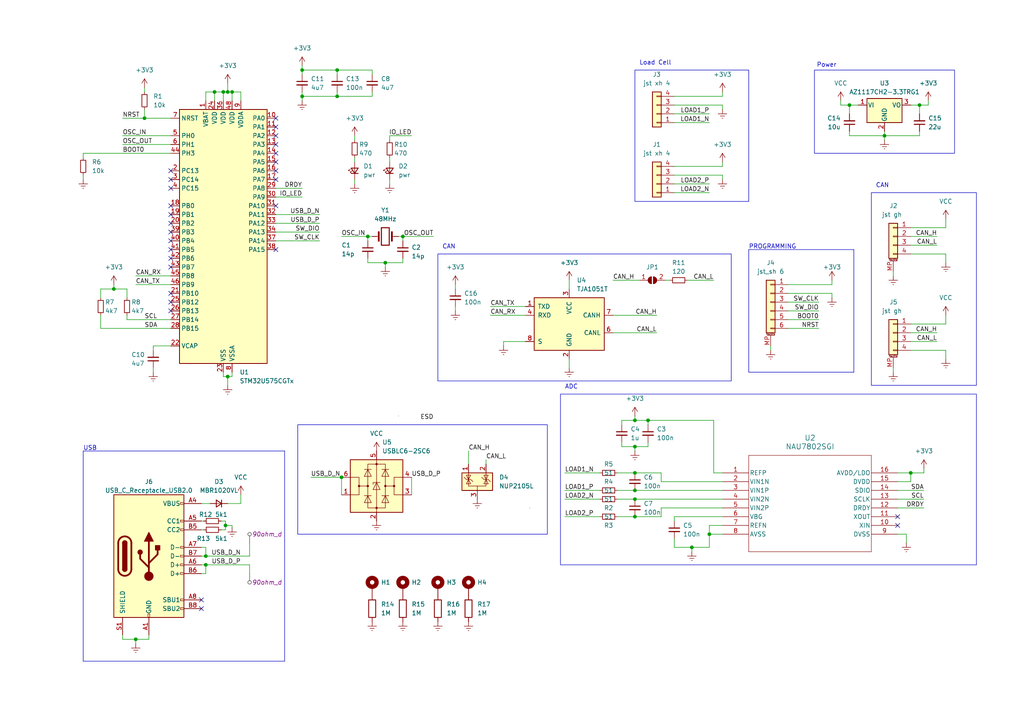
<source format=kicad_sch>
(kicad_sch (version 20230121) (generator eeschema)
  (paper "A4")
  (junction (at 200.66 158.75))
  (junction (at 39.37 185.42))
  (junction (at 87.63 20.32))
  (junction (at 205.74 154.94))
  (junction (at 66.04 109.22))
  (junction (at 184.15 129.54))
  (junction (at 66.04 26.67))
  (junction (at 67.31 26.67))
  (junction (at 62.23 26.67))
  (junction (at 187.96 121.92))
  (junction (at 87.63 27.94))
  (junction (at 59.69 163.83))
  (junction (at 116.84 68.58))
  (junction (at 64.77 26.67))
  (junction (at 184.15 142.24))
  (junction (at 184.15 144.78))
  (junction (at 256.54 39.37))
  (junction (at 266.7 30.48))
  (junction (at 59.69 161.29))
  (junction (at 99.06 138.43))
  (junction (at 264.16 137.16))
  (junction (at 246.38 30.48))
  (junction (at 106.68 68.58))
  (junction (at 111.76 76.2))
  (junction (at 97.79 20.32))
  (junction (at 184.15 149.86))
  (junction (at 184.15 137.16))
  (junction (at 33.02 83.82))
  (junction (at 184.15 121.92))
  (junction (at 97.79 27.94))
  (junction (at 65.405 152.4))
  (junction (at 41.91 34.29))
  (no_connect (at 58.42 176.53))
  (no_connect (at 80.01 72.39))
  (no_connect (at 260.35 149.86))
  (no_connect (at 49.53 54.61))
  (no_connect (at 49.53 59.69))
  (no_connect (at 49.53 74.93))
  (no_connect (at 49.53 64.77))
  (no_connect (at 80.01 34.29))
  (no_connect (at 49.53 90.17))
  (no_connect (at 49.53 77.47))
  (no_connect (at 49.53 67.31))
  (no_connect (at 80.01 59.69))
  (no_connect (at 260.35 152.4))
  (no_connect (at 49.53 87.63))
  (no_connect (at 80.01 36.83))
  (no_connect (at 49.53 69.85))
  (no_connect (at 80.01 52.07))
  (no_connect (at 80.01 41.91))
  (no_connect (at 58.42 173.99))
  (no_connect (at 80.01 46.99))
  (no_connect (at 49.53 72.39))
  (no_connect (at 80.01 39.37))
  (no_connect (at 80.01 49.53))
  (no_connect (at 49.53 62.23))
  (no_connect (at 49.53 85.09))
  (no_connect (at 49.53 49.53))
  (no_connect (at 49.53 52.07))
  (no_connect (at 80.01 44.45))
  (wire (pts (xy 41.91 25.4) (xy 41.91 26.67)))
  (wire (pts (xy 87.63 19.05) (xy 87.63 20.32)))
  (wire (pts (xy 195.58 35.56) (xy 205.74 35.56)))
  (wire (pts (xy 58.42 163.83) (xy 59.69 163.83)))
  (wire (pts (xy 165.1 81.28) (xy 165.1 83.82)))
  (wire (pts (xy 163.83 137.16) (xy 173.99 137.16)))
  (wire (pts (xy 64.77 26.67) (xy 62.23 26.67)))
  (wire (pts (xy 66.04 109.22) (xy 67.31 109.22)))
  (wire (pts (xy 267.97 137.16) (xy 264.16 137.16)))
  (wire (pts (xy 165.1 104.14) (xy 165.1 106.68)))
  (wire (pts (xy 193.04 81.28) (xy 194.31 81.28)))
  (wire (pts (xy 66.04 109.22) (xy 66.04 111.76)))
  (wire (pts (xy 264.16 73.66) (xy 274.32 73.66)))
  (wire (pts (xy 177.8 81.28) (xy 185.42 81.28)))
  (wire (pts (xy 177.8 96.52) (xy 190.5 96.52)))
  (wire (pts (xy 39.37 80.01) (xy 49.53 80.01)))
  (wire (pts (xy 142.24 88.9) (xy 152.4 88.9)))
  (wire (pts (xy 209.55 137.16) (xy 207.01 137.16)))
  (wire (pts (xy 163.83 149.86) (xy 173.99 149.86)))
  (wire (pts (xy 256.54 39.37) (xy 266.7 39.37)))
  (wire (pts (xy 266.7 39.37) (xy 266.7 38.1)))
  (wire (pts (xy 246.38 30.48) (xy 243.84 30.48)))
  (wire (pts (xy 113.03 39.37) (xy 113.03 40.64)))
  (wire (pts (xy 39.37 82.55) (xy 49.53 82.55)))
  (wire (pts (xy 209.55 50.8) (xy 209.55 52.07)))
  (wire (pts (xy 80.01 64.77) (xy 92.71 64.77)))
  (wire (pts (xy 58.42 166.37) (xy 59.69 166.37)))
  (wire (pts (xy 256.54 39.37) (xy 256.54 40.64)))
  (wire (pts (xy 65.405 152.4) (xy 67.31 152.4)))
  (wire (pts (xy 184.15 120.65) (xy 184.15 121.92)))
  (wire (pts (xy 24.13 44.45) (xy 24.13 45.72)))
  (wire (pts (xy 260.35 139.7) (xy 264.16 139.7)))
  (wire (pts (xy 195.58 156.21) (xy 195.58 158.75)))
  (wire (pts (xy 64.135 153.67) (xy 65.405 153.67)))
  (wire (pts (xy 191.77 139.7) (xy 191.77 137.16)))
  (wire (pts (xy 132.08 82.55) (xy 132.08 83.82)))
  (wire (pts (xy 87.63 54.61) (xy 80.01 54.61)))
  (wire (pts (xy 116.84 68.58) (xy 125.73 68.58)))
  (wire (pts (xy 142.24 91.44) (xy 152.4 91.44)))
  (wire (pts (xy 195.58 55.88) (xy 205.74 55.88)))
  (wire (pts (xy 241.3 81.28) (xy 241.3 82.55)))
  (wire (pts (xy 39.37 185.42) (xy 39.37 186.69)))
  (wire (pts (xy 59.69 29.21) (xy 59.69 26.67)))
  (wire (pts (xy 135.89 130.81) (xy 135.89 134.62)))
  (wire (pts (xy 69.85 146.05) (xy 69.85 143.51)))
  (wire (pts (xy 152.4 99.06) (xy 146.05 99.06)))
  (wire (pts (xy 102.87 39.37) (xy 102.87 40.64)))
  (wire (pts (xy 228.6 82.55) (xy 241.3 82.55)))
  (wire (pts (xy 163.83 142.24) (xy 173.99 142.24)))
  (wire (pts (xy 80.01 57.15) (xy 87.63 57.15)))
  (wire (pts (xy 260.35 154.94) (xy 262.89 154.94)))
  (wire (pts (xy 180.34 129.54) (xy 184.15 129.54)))
  (wire (pts (xy 248.92 30.48) (xy 246.38 30.48)))
  (wire (pts (xy 116.84 76.2) (xy 116.84 74.93)))
  (wire (pts (xy 195.58 48.26) (xy 209.55 48.26)))
  (wire (pts (xy 72.39 157.48) (xy 72.39 161.29)))
  (wire (pts (xy 228.6 90.17) (xy 237.49 90.17)))
  (wire (pts (xy 59.69 166.37) (xy 59.69 163.83)))
  (wire (pts (xy 184.15 144.78) (xy 209.55 144.78)))
  (wire (pts (xy 179.07 142.24) (xy 184.15 142.24)))
  (polyline (pts (xy 217.17 72.39) (xy 247.65 72.39)))
  (wire (pts (xy 199.39 81.28) (xy 207.01 81.28)))
  (wire (pts (xy 59.69 161.29) (xy 72.39 161.29)))
  (wire (pts (xy 264.16 71.12) (xy 271.78 71.12)))
  (polyline (pts (xy 247.65 107.95) (xy 217.17 107.95)))
  (wire (pts (xy 35.56 184.15) (xy 35.56 185.42)))
  (wire (pts (xy 187.96 129.54) (xy 187.96 128.27)))
  (wire (pts (xy 107.95 27.94) (xy 107.95 26.67)))
  (wire (pts (xy 66.04 26.67) (xy 64.77 26.67)))
  (wire (pts (xy 264.16 30.48) (xy 266.7 30.48)))
  (wire (pts (xy 195.58 33.02) (xy 205.74 33.02)))
  (wire (pts (xy 69.85 29.21) (xy 69.85 26.67)))
  (wire (pts (xy 87.63 20.32) (xy 87.63 21.59)))
  (wire (pts (xy 184.15 149.86) (xy 191.77 149.86)))
  (wire (pts (xy 41.91 34.29) (xy 49.53 34.29)))
  (wire (pts (xy 195.58 53.34) (xy 205.74 53.34)))
  (wire (pts (xy 113.03 45.72) (xy 113.03 46.99)))
  (wire (pts (xy 99.06 138.43) (xy 99.06 143.51)))
  (wire (pts (xy 228.6 85.09) (xy 241.3 85.09)))
  (wire (pts (xy 177.8 91.44) (xy 190.5 91.44)))
  (wire (pts (xy 62.23 26.67) (xy 62.23 29.21)))
  (wire (pts (xy 260.35 144.78) (xy 267.97 144.78)))
  (wire (pts (xy 228.6 92.71) (xy 237.49 92.71)))
  (wire (pts (xy 191.77 149.86) (xy 191.77 147.32)))
  (wire (pts (xy 29.21 83.82) (xy 33.02 83.82)))
  (wire (pts (xy 87.63 27.94) (xy 87.63 29.21)))
  (wire (pts (xy 58.42 146.05) (xy 60.96 146.05)))
  (wire (pts (xy 115.57 68.58) (xy 116.84 68.58)))
  (wire (pts (xy 41.91 31.75) (xy 41.91 34.29)))
  (wire (pts (xy 59.69 26.67) (xy 62.23 26.67)))
  (wire (pts (xy 179.07 149.86) (xy 184.15 149.86)))
  (polyline (pts (xy 247.65 72.39) (xy 247.65 107.95)))
  (wire (pts (xy 69.85 26.67) (xy 67.31 26.67)))
  (wire (pts (xy 184.15 129.54) (xy 187.96 129.54)))
  (wire (pts (xy 35.56 39.37) (xy 49.53 39.37)))
  (wire (pts (xy 67.31 26.67) (xy 67.31 29.21)))
  (wire (pts (xy 59.69 161.29) (xy 59.69 158.75)))
  (wire (pts (xy 163.83 144.78) (xy 173.99 144.78)))
  (wire (pts (xy 180.34 121.92) (xy 184.15 121.92)))
  (wire (pts (xy 184.15 142.24) (xy 209.55 142.24)))
  (wire (pts (xy 256.54 38.1) (xy 256.54 39.37)))
  (wire (pts (xy 132.08 90.17) (xy 132.08 88.9)))
  (wire (pts (xy 267.97 135.89) (xy 267.97 137.16)))
  (wire (pts (xy 66.04 146.05) (xy 69.85 146.05)))
  (wire (pts (xy 64.77 107.95) (xy 64.77 109.22)))
  (wire (pts (xy 80.01 62.23) (xy 92.71 62.23)))
  (wire (pts (xy 205.74 154.94) (xy 209.55 154.94)))
  (wire (pts (xy 264.16 96.52) (xy 271.78 96.52)))
  (wire (pts (xy 195.58 30.48) (xy 209.55 30.48)))
  (wire (pts (xy 35.56 41.91) (xy 49.53 41.91)))
  (wire (pts (xy 113.03 52.07) (xy 113.03 53.34)))
  (wire (pts (xy 107.95 21.59) (xy 107.95 20.32)))
  (wire (pts (xy 259.08 106.68) (xy 259.08 107.95)))
  (wire (pts (xy 97.79 20.32) (xy 87.63 20.32)))
  (wire (pts (xy 195.58 149.86) (xy 209.55 149.86)))
  (wire (pts (xy 191.77 147.32) (xy 209.55 147.32)))
  (wire (pts (xy 119.38 138.43) (xy 119.38 143.51)))
  (wire (pts (xy 113.03 39.37) (xy 119.38 39.37)))
  (wire (pts (xy 223.52 100.33) (xy 223.52 101.6)))
  (wire (pts (xy 260.35 137.16) (xy 264.16 137.16)))
  (wire (pts (xy 116.84 69.85) (xy 116.84 68.58)))
  (wire (pts (xy 35.56 34.29) (xy 41.91 34.29)))
  (wire (pts (xy 33.02 83.82) (xy 33.02 82.55)))
  (wire (pts (xy 264.16 68.58) (xy 271.78 68.58)))
  (wire (pts (xy 180.34 128.27) (xy 180.34 129.54)))
  (wire (pts (xy 184.15 121.92) (xy 187.96 121.92)))
  (wire (pts (xy 87.63 27.94) (xy 97.79 27.94)))
  (wire (pts (xy 209.55 152.4) (xy 205.74 152.4)))
  (wire (pts (xy 65.405 153.67) (xy 65.405 152.4)))
  (wire (pts (xy 24.13 50.8) (xy 24.13 52.07)))
  (wire (pts (xy 106.68 69.85) (xy 106.68 68.58)))
  (wire (pts (xy 67.31 107.95) (xy 67.31 109.22)))
  (wire (pts (xy 191.77 137.16) (xy 184.15 137.16)))
  (wire (pts (xy 29.21 83.82) (xy 29.21 86.36)))
  (wire (pts (xy 200.66 158.75) (xy 205.74 158.75)))
  (wire (pts (xy 87.63 26.67) (xy 87.63 27.94)))
  (wire (pts (xy 246.38 30.48) (xy 246.38 33.02)))
  (wire (pts (xy 59.69 163.83) (xy 72.39 163.83)))
  (polyline (pts (xy 217.17 72.39) (xy 217.17 107.95)))
  (wire (pts (xy 180.34 123.19) (xy 180.34 121.92)))
  (wire (pts (xy 243.84 30.48) (xy 243.84 29.21)))
  (wire (pts (xy 259.08 78.74) (xy 259.08 80.01)))
  (wire (pts (xy 187.96 121.92) (xy 187.96 123.19)))
  (wire (pts (xy 274.32 66.04) (xy 274.32 63.5)))
  (polyline (pts (xy 24.13 130.81) (xy 24.13 191.77)))
  (wire (pts (xy 260.35 147.32) (xy 267.97 147.32)))
  (wire (pts (xy 64.77 109.22) (xy 66.04 109.22)))
  (wire (pts (xy 102.87 52.07) (xy 102.87 53.34)))
  (wire (pts (xy 179.07 137.16) (xy 184.15 137.16)))
  (wire (pts (xy 195.58 158.75) (xy 200.66 158.75)))
  (wire (pts (xy 59.69 158.75) (xy 58.42 158.75)))
  (wire (pts (xy 264.16 101.6) (xy 274.32 101.6)))
  (wire (pts (xy 44.45 106.68) (xy 44.45 107.95)))
  (wire (pts (xy 65.405 152.4) (xy 65.405 151.13)))
  (wire (pts (xy 67.31 153.035) (xy 67.31 152.4)))
  (wire (pts (xy 191.77 139.7) (xy 209.55 139.7)))
  (wire (pts (xy 264.16 66.04) (xy 274.32 66.04)))
  (wire (pts (xy 274.32 73.66) (xy 274.32 76.2)))
  (wire (pts (xy 72.39 166.37) (xy 72.39 163.83)))
  (wire (pts (xy 106.68 68.58) (xy 107.95 68.58)))
  (wire (pts (xy 184.15 129.54) (xy 184.15 130.81)))
  (wire (pts (xy 264.16 93.98) (xy 274.32 93.98)))
  (wire (pts (xy 67.31 26.67) (xy 66.04 26.67)))
  (wire (pts (xy 264.16 137.16) (xy 264.16 139.7)))
  (wire (pts (xy 209.55 30.48) (xy 209.55 31.75)))
  (wire (pts (xy 266.7 30.48) (xy 266.7 33.02)))
  (wire (pts (xy 246.38 39.37) (xy 256.54 39.37)))
  (polyline (pts (xy 82.55 191.77) (xy 82.55 130.81)))
  (wire (pts (xy 66.04 24.13) (xy 66.04 26.67)))
  (wire (pts (xy 269.24 30.48) (xy 269.24 29.21)))
  (wire (pts (xy 228.6 95.25) (xy 237.49 95.25)))
  (wire (pts (xy 39.37 185.42) (xy 43.18 185.42)))
  (wire (pts (xy 187.96 121.92) (xy 207.01 121.92)))
  (wire (pts (xy 58.42 153.67) (xy 59.055 153.67)))
  (wire (pts (xy 241.3 85.09) (xy 241.3 86.36)))
  (wire (pts (xy 195.58 151.13) (xy 195.58 149.86)))
  (wire (pts (xy 140.97 133.35) (xy 140.97 134.62)))
  (wire (pts (xy 262.89 154.94) (xy 262.89 157.48)))
  (wire (pts (xy 111.76 76.2) (xy 116.84 76.2)))
  (wire (pts (xy 97.79 27.94) (xy 107.95 27.94)))
  (wire (pts (xy 35.56 185.42) (xy 39.37 185.42)))
  (wire (pts (xy 64.77 26.67) (xy 64.77 29.21)))
  (wire (pts (xy 209.55 46.99) (xy 209.55 48.26)))
  (wire (pts (xy 266.7 30.48) (xy 269.24 30.48)))
  (wire (pts (xy 80.01 69.85) (xy 92.71 69.85)))
  (wire (pts (xy 97.79 20.32) (xy 107.95 20.32)))
  (wire (pts (xy 106.68 76.2) (xy 111.76 76.2)))
  (wire (pts (xy 43.18 184.15) (xy 43.18 185.42)))
  (polyline (pts (xy 24.13 191.77) (xy 82.55 191.77)))
  (wire (pts (xy 111.76 76.2) (xy 111.76 77.47)))
  (wire (pts (xy 44.45 100.33) (xy 44.45 101.6)))
  (wire (pts (xy 58.42 151.13) (xy 59.055 151.13)))
  (wire (pts (xy 36.83 91.44) (xy 36.83 92.71)))
  (wire (pts (xy 207.01 137.16) (xy 207.01 121.92)))
  (wire (pts (xy 36.83 83.82) (xy 36.83 86.36)))
  (polyline (pts (xy 24.13 130.81) (xy 82.55 130.81)))
  (wire (pts (xy 97.79 20.32) (xy 97.79 21.59)))
  (wire (pts (xy 29.21 91.44) (xy 29.21 95.25)))
  (wire (pts (xy 195.58 27.94) (xy 209.55 27.94)))
  (wire (pts (xy 58.42 161.29) (xy 59.69 161.29)))
  (wire (pts (xy 274.32 101.6) (xy 274.32 104.14)))
  (wire (pts (xy 90.17 138.43) (xy 99.06 138.43)))
  (wire (pts (xy 80.01 67.31) (xy 92.71 67.31)))
  (wire (pts (xy 274.32 93.98) (xy 274.32 91.44)))
  (wire (pts (xy 228.6 87.63) (xy 237.49 87.63)))
  (wire (pts (xy 49.53 100.33) (xy 44.45 100.33)))
  (wire (pts (xy 205.74 152.4) (xy 205.74 154.94)))
  (wire (pts (xy 102.87 45.72) (xy 102.87 46.99)))
  (wire (pts (xy 97.79 26.67) (xy 97.79 27.94)))
  (wire (pts (xy 260.35 142.24) (xy 267.97 142.24)))
  (wire (pts (xy 264.16 99.06) (xy 271.78 99.06)))
  (wire (pts (xy 36.83 92.71) (xy 49.53 92.71)))
  (wire (pts (xy 64.135 151.13) (xy 65.405 151.13)))
  (wire (pts (xy 195.58 50.8) (xy 209.55 50.8)))
  (wire (pts (xy 209.55 26.67) (xy 209.55 27.94)))
  (wire (pts (xy 99.06 68.58) (xy 106.68 68.58)))
  (wire (pts (xy 179.07 144.78) (xy 184.15 144.78)))
  (wire (pts (xy 24.13 44.45) (xy 49.53 44.45)))
  (wire (pts (xy 246.38 38.1) (xy 246.38 39.37)))
  (wire (pts (xy 33.02 83.82) (xy 36.83 83.82)))
  (wire (pts (xy 205.74 154.94) (xy 205.74 158.75)))
  (wire (pts (xy 29.21 95.25) (xy 49.53 95.25)))
  (wire (pts (xy 106.68 74.93) (xy 106.68 76.2)))
  (wire (pts (xy 200.66 158.75) (xy 200.66 160.02)))
  (wire (pts (xy 146.05 99.06) (xy 146.05 100.33)))
  (rectangle (start 162.56 114.3) (end 283.21 163.83))
  (rectangle (start 236.22 20.32) (end 276.86 44.45))
  (rectangle (start 252.73 55.88) (end 283.21 111.76))
  (rectangle (start 115.57 120.65) (end 115.57 120.65))
  (rectangle (start 127 73.66) (end 212.09 110.49))
  (rectangle (start 184.15 20.32) (end 217.17 58.42))
  (rectangle (start 86.36 123.19) (end 158.75 154.94))
  (rectangle (start 153.67 147.32) (end 153.67 147.32))
  (text "Power" (at 236.855 19.685 0) (effects (font (size 1.27 1.27)) (justify left bottom)))
  (text "CAN" (at 254 54.61 0) (effects (font (size 1.27 1.27)) (justify left bottom)))
  (text "USB" (at 24.13 130.81 0) (effects (font (size 1.27 1.27)) (justify left bottom)))
  (text "PROGRAMMING" (at 217.17 72.39 0) (effects (font (size 1.27 1.27)) (justify left bottom)))
  (text "ADC" (at 163.83 113.03 0) (effects (font (size 1.27 1.27)) (justify left bottom)))
  (text "Load Cell" (at 185.42 19.05 0) (effects (font (size 1.27 1.27)) (justify left bottom)))
  (text "CAN" (at 128.27 72.39 0) (effects (font (size 1.27 1.27)) (justify left bottom)))
  (label "ESD" (at 121.92 121.92 0))
  (label "OSC_IN" (at 35.56 39.37 0))
  (label "CAN_L" (at 271.78 71.12 180))
  (label "IO_LED" (at 119.38 39.37 180))
  (label "LOAD2_P" (at 205.74 53.34 180))
  (label "CAN_H" (at 190.5 91.44 180))
  (label "USB_D_P" (at 69.85 163.83 180))
  (label "CAN_TX" (at 142.24 88.9 0))
  (label "LOAD1_N" (at 205.74 35.56 180))
  (label "LOAD2_N" (at 163.83 144.78 0))
  (label "DRDY" (at 87.63 54.61 180))
  (label "CAN_TX" (at 39.37 82.55 0))
  (label "BOOT0" (at 237.49 92.71 180))
  (label "CAN_L" (at 207.01 81.28 180))
  (label "SDA" (at 41.91 95.25 0))
  (label "CAN_H" (at 271.78 68.58 180))
  (label "DRDY" (at 267.97 147.32 180))
  (label "LOAD1_P" (at 163.83 142.24 0))
  (label "SW_CLK" (at 237.49 87.63 180))
  (label "CAN_H" (at 177.8 81.28 0))
  (label "LOAD1_N" (at 163.83 137.16 0))
  (label "USB_D_P" (at 119.38 138.43 0))
  (label "USB_D_N" (at 69.85 161.29 180))
  (label "CAN_H" (at 135.89 130.81 0))
  (label "OSC_IN" (at 99.06 68.58 0))
  (label "CAN_RX" (at 142.24 91.44 0))
  (label "LOAD2_N" (at 205.74 55.88 180))
  (label "SDA" (at 267.97 142.24 180))
  (label "OSC_OUT" (at 35.56 41.91 0))
  (label "SW_CLK" (at 92.71 69.85 180))
  (label "IO_LED" (at 87.63 57.15 180))
  (label "SCL" (at 41.91 92.71 0))
  (label "CAN_L" (at 190.5 96.52 180))
  (label "NRST" (at 237.49 95.25 180))
  (label "SCL" (at 267.97 144.78 180))
  (label "BOOT0" (at 35.56 44.45 0))
  (label "LOAD2_P" (at 163.83 149.86 0))
  (label "CAN_L" (at 140.97 133.35 0))
  (label "USB_D_N" (at 92.71 62.23 180))
  (label "USB_D_P" (at 92.71 64.77 180))
  (label "CAN_L" (at 271.78 99.06 180))
  (label "SW_DIO" (at 92.71 67.31 180))
  (label "OSC_OUT" (at 125.73 68.58 180))
  (label "CAN_RX" (at 39.37 80.01 0))
  (label "USB_D_N" (at 90.17 138.43 0))
  (label "LOAD1_P" (at 205.74 33.02 180))
  (label "NRST" (at 35.56 34.29 0))
  (label "CAN_H" (at 271.78 96.52 180))
  (label "SW_DIO" (at 237.49 90.17 180))
  (netclass_flag "" (length 2.54) (shape round) (at 72.39 157.48 0) (property "Netclass" "90ohm_d" (at 73.0885 154.94 0) (effects (font italic) (justify left))))
  (netclass_flag "" (length 2.54) (shape round) (at 72.39 166.37 180) (property "Netclass" "90ohm_d" (at 73.0885 168.91 0) (effects (font italic) (justify left))))
  (symbol (lib_id "Device:R") (at 107.95 176.53 0) (unit 1)
    (property "Reference" "R14" (at 110.49 175.26 0) (effects (justify left)))
    (property "Value" "1M" (at 110.49 177.8 0) (effects (justify left)))
    (property "Footprint" "Resistor_SMD:R_0603_1608Metric_Pad0.98x0.95mm_HandSolder" (effects hide))
  )
  (symbol (lib_id "Device:C_Small") (at 44.45 104.14 180) (unit 1)
    (property "Reference" "C10" (at 38.1 102.87 0) (effects (justify right)))
    (property "Value" "4u7" (at 38.1 105.41 0) (effects (justify right)))
    (property "Footprint" "Capacitor_SMD:C_0603_1608Metric_Pad1.08x0.95mm_HandSolder" (effects hide))
  )
  (symbol (lib_id "Regulator_Linear:LM2936-3.3") (at 256.54 30.48 0) (unit 1)
    (property "Reference" "U3" (at 256.54 24.13 0))
    (property "Value" "AZ1117CH2-3.3TRG1" (at 256.54 26.67 0))
    (property "Footprint" "Package_TO_SOT_SMD:SOT-223-3_TabPin2" (effects hide))
    (property "Datasheet" "http://www.ti.com/lit/ds/symlink/lm2936.pdf" (effects hide))
  )
  (symbol (lib_id "Device:C_Small") (at 106.68 72.39 0) (unit 1)
    (property "Reference" "C1" (at 99.06 71.12 0) (effects (justify left)))
    (property "Value" "14p" (at 99.06 73.66 0) (effects (justify left)))
    (property "Footprint" "Capacitor_SMD:C_0603_1608Metric_Pad1.08x0.95mm_HandSolder" (effects hide))
  )
  (symbol (lib_name "Earth_11") (lib_id "power:Earth") (at 39.37 186.69 0) (unit 1)
    (property "Reference" "#PWR022" (effects hide))
    (property "Value" "Earth" (effects hide))
  )
  (symbol (lib_id "power:VCC") (at 243.84 29.21 0) (unit 1)
    (property "Reference" "#PWR032" (effects hide))
    (property "Value" "VCC" (at 243.84 24.13 0))
  )
  (symbol (lib_id "Device:R_Small") (at 61.595 151.13 90) (unit 1)
    (property "Reference" "R12" (at 61.595 149.225 90) (effects (justify left)))
    (property "Value" "5k1" (at 66.04 149.225 90) (effects (justify left)))
    (property "Footprint" "Resistor_SMD:R_0603_1608Metric" (effects hide))
  )
  (symbol (lib_id "power:Earth") (at 102.87 53.34 0) (unit 1)
    (property "Reference" "#PWR025" (effects hide))
    (property "Value" "Earth" (effects hide))
  )
  (symbol (lib_id "NAU7802SGI:NAU7802SGI") (at 209.55 137.16 0) (unit 1)
    (property "Reference" "U2" (at 234.95 127 0) (effects (font (size 1.524 1.524))))
    (property "Value" "NAU7802SGI" (at 234.95 129.54 0) (effects (font (size 1.524 1.524))))
    (property "Footprint" "NAU7802SGI:SOI16_NAU7802SGI_NUV" (effects hide))
    (property "Datasheet" "NAU7802SGI" (effects hide))
  )
  (symbol (lib_name "Earth_18") (lib_id "power:Earth") (at 116.84 180.34 0) (unit 1)
    (property "Reference" "#PWR048" (effects hide))
    (property "Value" "Earth" (effects hide))
  )
  (symbol (lib_id "Device:R_Small") (at 61.595 153.67 90) (mirror x) (unit 1)
    (property "Reference" "R13" (at 60.96 156.21 90) (effects (justify left)))
    (property "Value" "5k1" (at 66.04 156.21 90) (effects (justify left)))
    (property "Footprint" "Resistor_SMD:R_0603_1608Metric" (effects hide))
  )
  (symbol (lib_id "Mechanical:MountingHole_Pad") (at 127 170.18 0) (unit 1)
    (property "Reference" "H3" (at 129.54 168.91 0) (effects (justify left)))
    (property "Value" "MountingHole" (effects hide))
    (property "Footprint" "MountingHole:MountingHole_3.2mm_M3_ISO7380_Pad" (effects hide))
  )
  (symbol (lib_id "power:+3V3") (at 41.91 25.4 0) (unit 1)
    (property "Reference" "#PWR015" (effects hide))
    (property "Value" "+3V3" (at 41.91 20.32 0))
  )
  (symbol (lib_id "power:+3V3") (at 209.55 26.67 0) (unit 1)
    (property "Reference" "#PWR05" (effects hide))
    (property "Value" "+3V3" (at 209.55 21.59 0))
  )
  (symbol (lib_id "Connector_Generic:Conn_01x04") (at 190.5 53.34 180) (unit 1)
    (property "Reference" "J1" (at 190.5 41.91 0))
    (property "Value" "jst xh 4" (at 190.5 44.45 0))
    (property "Footprint" "Connector_JST:JST_XH_B4B-XH-A_1x04_P2.50mm_Vertical" (effects hide))
  )
  (symbol (lib_id "Jumper:SolderJumper_2_Open") (at 189.23 81.28 0) (unit 1)
    (property "Reference" "JP1" (at 189.23 77.47 0))
    (property "Value" "SolderJumper_2_Open" (effects hide))
    (property "Footprint" "Jumper:SolderJumper-2_P1.3mm_Open_TrianglePad1.0x1.5mm" (effects hide))
  )
  (symbol (lib_id "power:Earth") (at 200.66 160.02 0) (unit 1)
    (property "Reference" "#PWR018" (effects hide))
    (property "Value" "Earth" (effects hide))
  )
  (symbol (lib_id "Device:C_Small") (at 246.38 35.56 0) (mirror x) (unit 1)
    (property "Reference" "C14" (at 243.84 34.2836 0) (effects (justify right)))
    (property "Value" "10u" (at 243.84 36.8236 0) (effects (justify right)))
    (property "Footprint" "Capacitor_SMD:C_0603_1608Metric_Pad1.08x0.95mm_HandSolder" (effects hide))
  )
  (symbol (lib_id "Device:LED_Small") (at 102.87 49.53 90) (unit 1)
    (property "Reference" "D1" (at 105.41 48.1965 90) (effects (justify right)))
    (property "Value" "pwr" (at 105.41 50.7365 90) (effects (justify right)))
    (property "Footprint" "LED_SMD:LED_0805_2012Metric_Pad1.15x1.40mm_HandSolder" (effects hide))
  )
  (symbol (lib_id "power:Earth") (at 146.05 100.33 0) (unit 1)
    (property "Reference" "#PWR037" (effects hide))
    (property "Value" "Earth" (effects hide))
  )
  (symbol (lib_id "Device:D_Small") (at 63.5 146.05 180) (unit 1)
    (property "Reference" "D3" (at 63.5 139.7 0))
    (property "Value" "MBR1020VL" (at 63.5 142.24 0))
    (property "Footprint" "Diode_SMD:D_SOD-323_HandSoldering" (effects hide))
    (property "Sim.Device" "D" (effects hide))
    (property "Sim.Pins" "1=K 2=A" (effects hide))
  )
  (symbol (lib_name "Earth_18") (lib_id "power:Earth") (at 135.89 180.34 0) (unit 1)
    (property "Reference" "#PWR046" (effects hide))
    (property "Value" "Earth" (effects hide))
  )
  (symbol (lib_id "Device:R") (at 127 176.53 0) (unit 1)
    (property "Reference" "R16" (at 129.54 175.26 0) (effects (justify left)))
    (property "Value" "1M" (at 129.54 177.8 0) (effects (justify left)))
    (property "Footprint" "Resistor_SMD:R_0603_1608Metric_Pad0.98x0.95mm_HandSolder" (effects hide))
  )
  (symbol (lib_name "Earth_18") (lib_id "power:Earth") (at 107.95 180.34 0) (unit 1)
    (property "Reference" "#PWR047" (effects hide))
    (property "Value" "Earth" (effects hide))
  )
  (symbol (lib_id "Device:R_Small") (at 196.85 81.28 90) (unit 1)
    (property "Reference" "R11" (at 196.85 76.2 90))
    (property "Value" "120" (at 196.85 78.74 90))
    (property "Footprint" "Resistor_SMD:R_0603_1608Metric_Pad0.98x0.95mm_HandSolder" (effects hide))
  )
  (symbol (lib_id "Device:C_Small") (at 266.7 35.56 180) (unit 1)
    (property "Reference" "C15" (at 269.24 34.2836 0) (effects (justify right)))
    (property "Value" "22u" (at 269.24 36.8236 0) (effects (justify right)))
    (property "Footprint" "Capacitor_SMD:C_0603_1608Metric_Pad1.08x0.95mm_HandSolder" (effects hide))
  )
  (symbol (lib_id "power:+3V3") (at 66.04 24.13 0) (unit 1)
    (property "Reference" "#PWR01" (effects hide))
    (property "Value" "+3V3" (at 66.04 19.05 0))
  )
  (symbol (lib_id "power:+3V3") (at 269.24 29.21 0) (unit 1)
    (property "Reference" "#PWR033" (effects hide))
    (property "Value" "+3V3" (at 269.24 24.13 0))
  )
  (symbol (lib_id "Device:C_Small") (at 184.15 147.32 0) (unit 1)
    (property "Reference" "C7" (at 186.69 146.0563 0) (effects (justify left)))
    (property "Value" "100n" (at 186.69 148.5963 0) (effects (justify left)))
    (property "Footprint" "Capacitor_SMD:C_0603_1608Metric_Pad1.08x0.95mm_HandSolder" (effects hide))
  )
  (symbol (lib_name "Earth_14") (lib_id "power:Earth") (at 241.3 86.36 0) (unit 1)
    (property "Reference" "#PWR013" (effects hide))
    (property "Value" "Earth" (effects hide))
  )
  (symbol (lib_id "power:Earth") (at 113.03 53.34 0) (unit 1)
    (property "Reference" "#PWR027" (effects hide))
    (property "Value" "Earth" (effects hide))
  )
  (symbol (lib_id "power:Earth") (at 274.32 104.14 0) (unit 1)
    (property "Reference" "#PWR031" (effects hide))
    (property "Value" "Earth" (effects hide))
  )
  (symbol (lib_id "Device:C_Small") (at 184.15 139.7 0) (unit 1)
    (property "Reference" "C6" (at 186.69 138.4363 0) (effects (justify left)))
    (property "Value" "100n" (at 186.69 140.9763 0) (effects (justify left)))
    (property "Footprint" "Capacitor_SMD:C_0603_1608Metric_Pad1.08x0.95mm_HandSolder" (effects hide))
  )
  (symbol (lib_id "Device:R_Small") (at 176.53 144.78 270) (unit 1)
    (property "Reference" "R2" (at 176.53 147.32 90))
    (property "Value" "51" (at 176.53 144.78 90))
    (property "Footprint" "Resistor_SMD:R_0603_1608Metric_Pad0.98x0.95mm_HandSolder" (effects hide))
  )
  (symbol (lib_id "power:+3V3") (at 33.02 82.55 0) (unit 1)
    (property "Reference" "#PWR04" (effects hide))
    (property "Value" "+3V3" (at 33.02 77.47 0))
  )
  (symbol (lib_id "power:+3V3") (at 132.08 82.55 0) (unit 1)
    (property "Reference" "#PWR038" (effects hide))
    (property "Value" "+3V3" (at 132.08 77.47 0))
  )
  (symbol (lib_id "power:Earth") (at 24.13 52.07 0) (unit 1)
    (property "Reference" "#PWR023" (effects hide))
    (property "Value" "Earth" (effects hide))
  )
  (symbol (lib_id "Device:R_Small") (at 113.03 43.18 0) (unit 1)
    (property "Reference" "R10" (at 114.3 41.91 0) (effects (justify left)))
    (property "Value" "470" (at 114.3 44.45 0) (effects (justify left)))
    (property "Footprint" "Resistor_SMD:R_0603_1608Metric_Pad0.98x0.95mm_HandSolder" (effects hide))
  )
  (symbol (lib_id "Mechanical:MountingHole_Pad") (at 135.89 170.18 0) (unit 1)
    (property "Reference" "H4" (at 138.43 168.91 0) (effects (justify left)))
    (property "Value" "MountingHole" (effects hide))
    (property "Footprint" "MountingHole:MountingHole_3.2mm_M3_ISO7380_Pad" (effects hide))
  )
  (symbol (lib_id "power:Earth") (at 256.54 40.64 0) (unit 1)
    (property "Reference" "#PWR034" (effects hide))
    (property "Value" "Earth" (effects hide))
  )
  (symbol (lib_id "power:Earth") (at 259.08 107.95 0) (unit 1)
    (property "Reference" "#PWR029" (effects hide))
    (property "Value" "Earth" (effects hide))
  )
  (symbol (lib_id "Device:C_Small") (at 116.84 72.39 0) (unit 1)
    (property "Reference" "C2" (at 119.38 71.7613 0) (effects (justify left)))
    (property "Value" "14p" (at 119.38 74.3013 0) (effects (justify left)))
    (property "Footprint" "Capacitor_SMD:C_0603_1608Metric_Pad1.08x0.95mm_HandSolder" (effects hide))
  )
  (symbol (lib_name "Earth_21") (lib_id "power:Earth") (at 223.52 101.6 0) (unit 1)
    (property "Reference" "#PWR011" (effects hide))
    (property "Value" "Earth" (effects hide))
  )
  (symbol (lib_id "Device:C_Small") (at 187.96 125.73 0) (unit 1)
    (property "Reference" "C3" (at 190.5 124.4663 0) (effects (justify left)))
    (property "Value" "100n" (at 190.5 127.0063 0) (effects (justify left)))
    (property "Footprint" "Capacitor_SMD:C_0603_1608Metric_Pad1.08x0.95mm_HandSolder" (effects hide))
  )
  (symbol (lib_id "Mechanical:MountingHole_Pad") (at 107.95 170.18 0) (unit 1)
    (property "Reference" "H1" (at 110.49 168.91 0) (effects (justify left)))
    (property "Value" "MountingHole" (effects hide))
    (property "Footprint" "MountingHole:MountingHole_3.2mm_M3_ISO7380_Pad" (effects hide))
  )
  (symbol (lib_id "Device:R_Small") (at 29.21 88.9 0) (unit 1)
    (property "Reference" "R7" (at 30.48 87.63 0) (effects (justify left)))
    (property "Value" "4k7" (at 30.48 90.17 0) (effects (justify left)))
    (property "Footprint" "Resistor_SMD:R_0603_1608Metric_Pad0.98x0.95mm_HandSolder" (effects hide))
  )
  (symbol (lib_id "MCU_ST_STM32U5:STM32U575CGTx") (at 64.77 69.85 0) (unit 1)
    (property "Reference" "U1" (at 69.5041 107.95 0) (effects (justify left)))
    (property "Value" "STM32U575CGTx" (at 69.5041 110.49 0) (effects (justify left)))
    (property "Footprint" "Package_QFP:LQFP-48_7x7mm_P0.5mm" (effects hide))
    (property "Datasheet" "https://www.st.com/resource/en/datasheet/stm32u575cg.pdf" (effects hide))
  )
  (symbol (lib_id "Connector_Generic:Conn_01x04") (at 190.5 33.02 180) (unit 1)
    (property "Reference" "J3" (at 190.5 21.59 0))
    (property "Value" "jst xh 4" (at 190.5 24.13 0))
    (property "Footprint" "Connector_JST:JST_XH_B4B-XH-A_1x04_P2.50mm_Vertical" (effects hide))
  )
  (symbol (lib_id "power:Earth") (at 87.63 29.21 0) (unit 1)
    (property "Reference" "#PWR026" (effects hide))
    (property "Value" "Earth" (effects hide))
  )
  (symbol (lib_id "power:Earth") (at 259.08 80.01 0) (unit 1)
    (property "Reference" "#PWR07" (effects hide))
    (property "Value" "Earth" (effects hide))
  )
  (symbol (lib_id "power:+3V3") (at 102.87 39.37 0) (unit 1)
    (property "Reference" "#PWR024" (effects hide))
    (property "Value" "+3V3" (at 102.87 34.29 0))
  )
  (symbol (lib_id "power:+3V3") (at 165.1 81.28 0) (unit 1)
    (property "Reference" "#PWR035" (effects hide))
    (property "Value" "+3V3" (at 165.1 76.2 0))
  )
  (symbol (lib_id "Device:C_Small") (at 87.63 24.13 0) (unit 1)
    (property "Reference" "C11" (at 90.17 22.8663 0) (effects (justify left)))
    (property "Value" "4u7" (at 90.17 25.4063 0) (effects (justify left)))
    (property "Footprint" "Capacitor_SMD:C_0603_1608Metric_Pad1.08x0.95mm_HandSolder" (effects hide))
  )
  (symbol (lib_name "Earth_18") (lib_id "power:Earth") (at 111.76 77.47 0) (unit 1)
    (property "Reference" "#PWR03" (effects hide))
    (property "Value" "Earth" (effects hide))
  )
  (symbol (lib_id "power:Earth") (at 184.15 130.81 0) (unit 1)
    (property "Reference" "#PWR017" (effects hide))
    (property "Value" "Earth" (effects hide))
  )
  (symbol (lib_id "Connector_Generic_MountingPin:Conn_01x04_MountingPin") (at 259.08 96.52 0) (mirror y) (unit 1)
    (property "Reference" "J5" (at 260.35 87.63 0) (effects (justify left)))
    (property "Value" "jst gh" (at 261.62 90.17 0) (effects (justify left)))
    (property "Footprint" "Connector_JST:JST_GH_SM04B-GHS-TB_1x04-1MP_P1.25mm_Horizontal" (effects hide))
  )
  (symbol (lib_id "Device:R") (at 116.84 176.53 0) (unit 1)
    (property "Reference" "R15" (at 119.38 175.26 0) (effects (justify left)))
    (property "Value" "1M" (at 119.38 177.8 0) (effects (justify left)))
    (property "Footprint" "Resistor_SMD:R_0603_1608Metric_Pad0.98x0.95mm_HandSolder" (effects hide))
  )
  (symbol (lib_id "Device:R_Small") (at 176.53 149.86 270) (unit 1)
    (property "Reference" "R3" (at 176.53 152.4 90))
    (property "Value" "51" (at 176.53 149.86 90))
    (property "Footprint" "Resistor_SMD:R_0603_1608Metric_Pad0.98x0.95mm_HandSolder" (effects hide))
  )
  (symbol (lib_id "Device:C_Small") (at 132.08 86.36 0) (unit 1)
    (property "Reference" "C16" (at 134.62 85.0963 0) (effects (justify left)))
    (property "Value" "100n" (at 134.62 87.6363 0) (effects (justify left)))
    (property "Footprint" "Capacitor_SMD:C_0603_1608Metric_Pad1.08x0.95mm_HandSolder" (effects hide))
  )
  (symbol (lib_id "power:Earth") (at 165.1 106.68 0) (unit 1)
    (property "Reference" "#PWR036" (effects hide))
    (property "Value" "Earth" (effects hide))
  )
  (symbol (lib_id "Device:R_Small") (at 176.53 142.24 90) (unit 1)
    (property "Reference" "R4" (at 176.53 139.7 90))
    (property "Value" "51" (at 176.53 142.24 90))
    (property "Footprint" "Resistor_SMD:R_0603_1608Metric_Pad0.98x0.95mm_HandSolder" (effects hide))
  )
  (symbol (lib_id "Device:R_Small") (at 176.53 137.16 90) (unit 1)
    (property "Reference" "R5" (at 176.53 134.62 90))
    (property "Value" "51" (at 176.53 137.16 90))
    (property "Footprint" "Resistor_SMD:R_0603_1608Metric_Pad0.98x0.95mm_HandSolder" (effects hide))
  )
  (symbol (lib_name "+3V3_11") (lib_id "power:+3V3") (at 241.3 81.28 0) (unit 1)
    (property "Reference" "#PWR012" (effects hide))
    (property "Value" "+3V3" (at 241.3 77.47 0))
  )
  (symbol (lib_id "power:Earth") (at 209.55 52.07 0) (unit 1)
    (property "Reference" "#PWR014" (effects hide))
    (property "Value" "Earth" (effects hide))
  )
  (symbol (lib_id "Connector_Generic_MountingPin:Conn_01x06_MountingPin") (at 223.52 87.63 0) (mirror y) (unit 1)
    (property "Reference" "J4" (at 223.52 76.2 0))
    (property "Value" "jst_sh 6" (at 223.52 78.74 0))
    (property "Footprint" "Connector_JST:JST_SH_SM06B-SRSS-TB_1x06-1MP_P1.00mm_Horizontal" (effects hide))
  )
  (symbol (lib_id "power:VCC") (at 274.32 63.5 0) (unit 1)
    (property "Reference" "#PWR09" (effects hide))
    (property "Value" "VCC" (at 274.32 58.42 0))
  )
  (symbol (lib_id "power:Earth") (at 132.08 90.17 0) (unit 1)
    (property "Reference" "#PWR039" (effects hide))
    (property "Value" "Earth" (effects hide))
  )
  (symbol (lib_id "Device:LED_Small") (at 113.03 49.53 90) (unit 1)
    (property "Reference" "D2" (at 115.57 48.1965 90) (effects (justify right)))
    (property "Value" "pwr" (at 115.57 50.7365 90) (effects (justify right)))
    (property "Footprint" "LED_SMD:LED_0805_2012Metric_Pad1.15x1.40mm_HandSolder" (effects hide))
  )
  (symbol (lib_id "power:Earth") (at 274.32 76.2 0) (unit 1)
    (property "Reference" "#PWR010" (effects hide))
    (property "Value" "Earth" (effects hide))
  )
  (symbol (lib_name "Earth_12") (lib_id "power:Earth") (at 67.31 153.035 0) (unit 1)
    (property "Reference" "#PWR040" (effects hide))
    (property "Value" "Earth" (effects hide))
  )
  (symbol (lib_id "Device:C_Small") (at 180.34 125.73 0) (unit 1)
    (property "Reference" "C4" (at 182.88 124.4663 0) (effects (justify left)))
    (property "Value" "1u" (at 182.88 127.0063 0) (effects (justify left)))
    (property "Footprint" "Capacitor_SMD:C_0603_1608Metric_Pad1.08x0.95mm_HandSolder" (effects hide))
  )
  (symbol (lib_id "power:Earth") (at 138.43 144.78 0) (unit 1)
    (property "Reference" "#PWR042" (effects hide))
    (property "Value" "Earth" (effects hide))
  )
  (symbol (lib_id "Device:C_Small") (at 195.58 153.67 0) (unit 1)
    (property "Reference" "C5" (at 198.12 152.4063 0) (effects (justify left)))
    (property "Value" "100n" (at 198.12 154.9463 0) (effects (justify left)))
    (property "Footprint" "Capacitor_SMD:C_0603_1608Metric_Pad1.08x0.95mm_HandSolder" (effects hide))
  )
  (symbol (lib_id "power:+3V3") (at 87.63 19.05 0) (unit 1)
    (property "Reference" "#PWR028" (effects hide))
    (property "Value" "+3V3" (at 87.63 13.97 0))
  )
  (symbol (lib_id "Device:R_Small") (at 102.87 43.18 0) (unit 1)
    (property "Reference" "R9" (at 104.14 41.91 0) (effects (justify left)))
    (property "Value" "470" (at 104.14 44.45 0) (effects (justify left)))
    (property "Footprint" "Resistor_SMD:R_0603_1608Metric_Pad0.98x0.95mm_HandSolder" (effects hide))
  )
  (symbol (lib_id "Device:R_Small") (at 24.13 48.26 0) (unit 1)
    (property "Reference" "R6" (at 26.67 46.99 0) (effects (justify left)))
    (property "Value" "10k" (at 26.67 49.53 0) (effects (justify left)))
    (property "Footprint" "Resistor_SMD:R_0603_1608Metric_Pad0.98x0.95mm_HandSolder" (effects hide))
  )
  (symbol (lib_id "power:+3V3") (at 267.97 135.89 0) (unit 1)
    (property "Reference" "#PWR021" (effects hide))
    (property "Value" "+3V3" (at 267.97 130.81 0))
  )
  (symbol (lib_name "Earth_24") (lib_id "power:Earth") (at 44.45 107.95 0) (unit 1)
    (property "Reference" "#PWR020" (effects hide))
    (property "Value" "Earth" (effects hide))
  )
  (symbol (lib_name "Earth_18") (lib_id "power:Earth") (at 127 180.34 0) (unit 1)
    (property "Reference" "#PWR045" (effects hide))
    (property "Value" "Earth" (effects hide))
  )
  (symbol (lib_id "Power_Protection:NUP2105L") (at 138.43 139.7 0) (unit 1)
    (property "Reference" "D4" (at 144.78 138.43 0) (effects (justify left)))
    (property "Value" "NUP2105L" (at 144.78 140.97 0) (effects (justify left)))
    (property "Footprint" "Package_TO_SOT_SMD:SOT-23" (effects hide))
    (property "Datasheet" "http://www.onsemi.com/pub_link/Collateral/NUP2105L-D.PDF" (effects hide))
  )
  (symbol (lib_id "power:+3V3") (at 184.15 120.65 0) (unit 1)
    (property "Reference" "#PWR016" (effects hide))
    (property "Value" "+3V3" (at 184.15 115.57 0))
  )
  (symbol (lib_id "Interface_CAN_LIN:TJA1051T") (at 165.1 93.98 0) (unit 1)
    (property "Reference" "U4" (at 167.2941 81.28 0) (effects (justify left)))
    (property "Value" "TJA1051T" (at 167.2941 83.82 0) (effects (justify left)))
    (property "Footprint" "Package_SO:SOIC-8_3.9x4.9mm_P1.27mm" (effects hide))
    (property "Datasheet" "http://www.nxp.com/docs/en/data-sheet/TJA1051.pdf" (effects hide))
  )
  (symbol (lib_id "power:Earth") (at 262.89 157.48 0) (unit 1)
    (property "Reference" "#PWR019" (effects hide))
    (property "Value" "Earth" (effects hide))
  )
  (symbol (lib_id "Device:R_Small") (at 41.91 29.21 0) (unit 1)
    (property "Reference" "R1" (at 44.45 27.94 0) (effects (justify left)))
    (property "Value" "10k" (at 44.45 30.48 0) (effects (justify left)))
    (property "Footprint" "Resistor_SMD:R_0603_1608Metric_Pad0.98x0.95mm_HandSolder" (effects hide))
  )
  (symbol (lib_id "Connector:USB_C_Receptacle_USB2.0") (at 43.18 161.29 0) (unit 1)
    (property "Reference" "J6" (at 43.18 139.7 0))
    (property "Value" "USB_C_Receptacle_USB2.0" (at 43.18 142.24 0))
    (property "Footprint" "Connector_USB:USB_C_Receptacle_Palconn_UTC16-G" (effects hide))
    (property "Datasheet" "https://www.usb.org/sites/default/files/documents/usb_type-c.zip" (effects hide))
    (property "mfn" " USB4105-GF-A " (effects hide))
  )
  (symbol (lib_id "Connector_Generic_MountingPin:Conn_01x04_MountingPin") (at 259.08 68.58 0) (mirror y) (unit 1)
    (property "Reference" "J2" (at 260.35 59.69 0) (effects (justify left)))
    (property "Value" "jst gh" (at 261.62 62.23 0) (effects (justify left)))
    (property "Footprint" "Connector_JST:JST_GH_SM04B-GHS-TB_1x04-1MP_P1.25mm_Horizontal" (effects hide))
  )
  (symbol (lib_id "power:Earth") (at 209.55 31.75 0) (unit 1)
    (property "Reference" "#PWR06" (effects hide))
    (property "Value" "Earth" (effects hide))
  )
  (symbol (lib_id "Device:C_Small") (at 107.95 24.13 0) (unit 1)
    (property "Reference" "C8" (at 110.49 22.8663 0) (effects (justify left)))
    (property "Value" "4u7" (at 110.49 25.4063 0) (effects (justify left)))
    (property "Footprint" "Capacitor_SMD:C_0603_1608Metric_Pad1.08x0.95mm_HandSolder" (effects hide))
  )
  (symbol (lib_id "Device:Crystal") (at 111.76 68.58 0) (unit 1)
    (property "Reference" "Y1" (at 111.76 60.96 0))
    (property "Value" "48MHz" (at 111.76 63.5 0))
    (property "Footprint" "Crystal:Crystal_SMD_0603-2Pin_6.0x3.5mm_HandSoldering" (effects hide))
  )
  (symbol (lib_id "power:VCC") (at 109.22 130.81 0) (unit 1)
    (property "Reference" "#PWR044" (effects hide))
    (property "Value" "VCC" (at 109.22 125.73 0))
  )
  (symbol (lib_id "Device:R_Small") (at 36.83 88.9 0) (unit 1)
    (property "Reference" "R8" (at 38.1 87.63 0) (effects (justify left)))
    (property "Value" "4k7" (at 38.1 90.17 0) (effects (justify left)))
    (property "Footprint" "Resistor_SMD:R_0603_1608Metric_Pad0.98x0.95mm_HandSolder" (effects hide))
  )
  (symbol (lib_id "power:+3V3") (at 209.55 46.99 0) (unit 1)
    (property "Reference" "#PWR08" (effects hide))
    (property "Value" "+3V3" (at 209.55 41.91 0))
  )
  (symbol (lib_id "power:VCC") (at 274.32 91.44 0) (unit 1)
    (property "Reference" "#PWR030" (effects hide))
    (property "Value" "VCC" (at 274.32 86.36 0))
  )
  (symbol (lib_id "Device:R") (at 135.89 176.53 0) (unit 1)
    (property "Reference" "R17" (at 138.43 175.26 0) (effects (justify left)))
    (property "Value" "1M" (at 138.43 177.8 0) (effects (justify left)))
    (property "Footprint" "Resistor_SMD:R_0603_1608Metric_Pad0.98x0.95mm_HandSolder" (effects hide))
  )
  (symbol (lib_id "power:Earth") (at 66.04 111.76 0) (unit 1)
    (property "Reference" "#PWR02" (effects hide))
    (property "Value" "Earth" (effects hide))
  )
  (symbol (lib_id "Device:C_Small") (at 97.79 24.13 0) (unit 1)
    (property "Reference" "C13" (at 100.33 22.8663 0) (effects (justify left)))
    (property "Value" "100n" (at 100.33 25.4063 0) (effects (justify left)))
    (property "Footprint" "Capacitor_SMD:C_0603_1608Metric_Pad1.08x0.95mm_HandSolder" (effects hide))
  )
  (symbol (lib_id "Mechanical:MountingHole_Pad") (at 116.84 170.18 0) (unit 1)
    (property "Reference" "H2" (at 119.38 168.91 0) (effects (justify left)))
    (property "Value" "MountingHole" (effects hide))
    (property "Footprint" "MountingHole:MountingHole_3.2mm_M3_ISO7380_Pad" (effects hide))
  )
  (symbol (lib_id "power:VCC") (at 69.85 143.51 0) (unit 1)
    (property "Reference" "#PWR041" (effects hide))
    (property "Value" "VCC" (at 69.85 138.43 0))
  )
  (symbol (lib_id "Power_Protection:USBLC6-2SC6") (at 109.22 140.97 0) (unit 1)
    (property "Reference" "U5" (at 110.8711 128.27 0) (effects (justify left)))
    (property "Value" "USBLC6-2SC6" (at 110.8711 130.81 0) (effects (justify left)))
    (property "Footprint" "Package_TO_SOT_SMD:SOT-23-6" (effects hide))
    (property "Datasheet" "https://www.st.com/resource/en/datasheet/usblc6-2.pdf" (effects hide))
  )
  (symbol (lib_id "power:Earth") (at 109.22 151.13 0) (unit 1)
    (property "Reference" "#PWR043" (effects hide))
    (property "Value" "Earth" (effects hide))
  )
)
</source>
